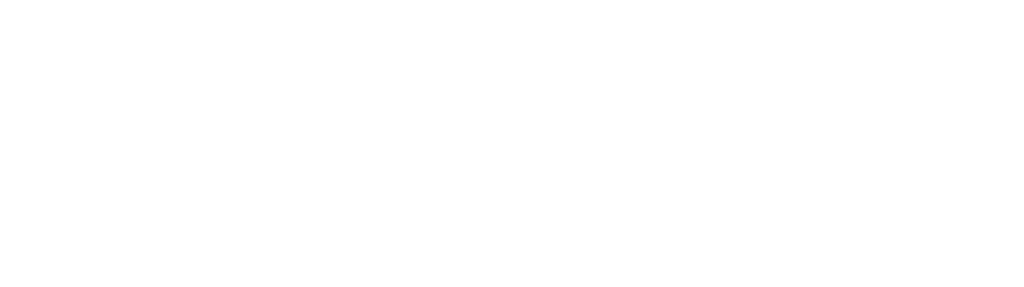
<source format=kicad_pcb>
(kicad_pcb (version 20171130) (host pcbnew "(5.0.1)-4")

  (general
    (thickness 1.6)
    (drawings 40)
    (tracks 0)
    (zones 0)
    (modules 0)
    (nets 1)
  )

  (page A4)
  (layers
    (0 F.Cu signal)
    (31 B.Cu signal)
    (32 B.Adhes user)
    (33 F.Adhes user)
    (34 B.Paste user)
    (35 F.Paste user)
    (36 B.SilkS user)
    (37 F.SilkS user)
    (38 B.Mask user)
    (39 F.Mask user)
    (40 Dwgs.User user)
    (41 Cmts.User user)
    (42 Eco1.User user)
    (43 Eco2.User user)
    (44 Edge.Cuts user)
    (45 Margin user)
    (46 B.CrtYd user)
    (47 F.CrtYd user)
    (48 B.Fab user)
    (49 F.Fab user)
  )

  (setup
    (last_trace_width 0.25)
    (trace_clearance 0.2)
    (zone_clearance 0.508)
    (zone_45_only no)
    (trace_min 0.2)
    (segment_width 0.3)
    (edge_width 0.2)
    (via_size 0.8)
    (via_drill 0.4)
    (via_min_size 0.4)
    (via_min_drill 0.3)
    (uvia_size 0.3)
    (uvia_drill 0.1)
    (uvias_allowed no)
    (uvia_min_size 0.2)
    (uvia_min_drill 0.1)
    (pcb_text_width 0.3)
    (pcb_text_size 1.5 1.5)
    (mod_edge_width 0.15)
    (mod_text_size 1 1)
    (mod_text_width 0.15)
    (pad_size 1.524 1.524)
    (pad_drill 0.762)
    (pad_to_mask_clearance 0.051)
    (solder_mask_min_width 0.25)
    (aux_axis_origin 0 0)
    (visible_elements 7FFFFFFF)
    (pcbplotparams
      (layerselection 0x010f0_ffffffff)
      (usegerberextensions false)
      (usegerberattributes false)
      (usegerberadvancedattributes false)
      (creategerberjobfile false)
      (excludeedgelayer true)
      (linewidth 0.100000)
      (plotframeref false)
      (viasonmask false)
      (mode 1)
      (useauxorigin false)
      (hpglpennumber 1)
      (hpglpenspeed 20)
      (hpglpendiameter 15.000000)
      (psnegative false)
      (psa4output false)
      (plotreference true)
      (plotvalue true)
      (plotinvisibletext false)
      (padsonsilk false)
      (subtractmaskfromsilk false)
      (outputformat 1)
      (mirror false)
      (drillshape 0)
      (scaleselection 1)
      (outputdirectory ""))
  )

  (net 0 "")

  (net_class Default "This is the default net class."
    (clearance 0.2)
    (trace_width 0.25)
    (via_dia 0.8)
    (via_drill 0.4)
    (uvia_dia 0.3)
    (uvia_drill 0.1)
  )

  (gr_circle (center 134.45 3) (end 136.05 3.1) (layer Eco2.User) (width 0.2) (tstamp 5E699B0F))
  (gr_circle (center 134.5 36.65) (end 136.1 36.75) (layer Eco2.User) (width 0.2) (tstamp 5E699B0D))
  (gr_circle (center 7.45 36.65) (end 9.05 36.75) (layer Eco2.User) (width 0.2) (tstamp 5E699B0B))
  (gr_circle (center 7.5 3) (end 9.1 3.1) (layer Eco2.User) (width 0.2))
  (gr_circle (center 133.8 26) (end 136.95 26) (layer Eco2.User) (width 0.05) (tstamp 5E699848))
  (gr_circle (center 133.85 13.95) (end 137 13.95) (layer Eco2.User) (width 0.05) (tstamp 5E69981E))
  (gr_circle (center 117.9 26) (end 121.05 26) (layer Eco2.User) (width 0.05) (tstamp 5E699806))
  (gr_circle (center 117.9 14) (end 121.05 14) (layer Eco2.User) (width 0.05))
  (gr_circle (center 125.9 26.05) (end 127.45 26.05) (layer Eco2.User) (width 0.2) (tstamp 5E699778))
  (gr_circle (center 125.95 14.1) (end 127.5 14.1) (layer Eco2.User) (width 0.2) (tstamp 5E69974A))
  (gr_circle (center 109.95 26) (end 111.5 26) (layer Eco2.User) (width 0.2) (tstamp 5E69970D))
  (gr_circle (center 109.95 14) (end 111.5 14) (layer Eco2.User) (width 0.2) (tstamp 5E6996C6))
  (gr_circle (center 25.55 19.7) (end 27.1 19.7) (layer Eco2.User) (width 0.2) (tstamp 5E69968B))
  (gr_circle (center 20.5 19.65) (end 22.05 19.65) (layer Eco2.User) (width 0.2) (tstamp 5E699659))
  (gr_circle (center 102.85 25.85) (end 105.4 25.85) (layer Eco2.User) (width 0.2) (tstamp 5E699631))
  (gr_circle (center 92.9 25.8) (end 95.45 25.8) (layer Eco2.User) (width 0.2) (tstamp 5E69961E))
  (gr_circle (center 82.9 25.8) (end 85.45 25.8) (layer Eco2.User) (width 0.2) (tstamp 5E69960F))
  (gr_circle (center 73.05 25.8) (end 75.6 25.8) (layer Eco2.User) (width 0.2) (tstamp 5E6995E1))
  (gr_circle (center 62.95 25.75) (end 65.5 25.75) (layer Eco2.User) (width 0.2) (tstamp 5E6995D1))
  (gr_circle (center 102.85 13.85) (end 105.4 13.85) (layer Eco2.User) (width 0.2) (tstamp 5E6995B7))
  (gr_circle (center 92.9 13.8) (end 95.45 13.8) (layer Eco2.User) (width 0.2) (tstamp 5E6995A0))
  (gr_circle (center 82.9 13.8) (end 85.45 13.8) (layer Eco2.User) (width 0.2) (tstamp 5E6994E5))
  (gr_circle (center 72.95 13.8) (end 75.5 13.8) (layer Eco2.User) (width 0.2) (tstamp 5E699451))
  (gr_circle (center 62.95 13.75) (end 65.5 13.75) (layer Eco2.User) (width 0.2) (tstamp 5E699436))
  (gr_circle (center 52.85 25.75) (end 55.4 25.75) (layer Eco2.User) (width 0.2) (tstamp 5E69941C))
  (gr_circle (center 42.95 25.75) (end 45.5 25.75) (layer Eco2.User) (width 0.2) (tstamp 5E69940B))
  (gr_circle (center 42.9 13.75) (end 45.45 13.75) (layer Eco2.User) (width 0.2) (tstamp 5E6993F8))
  (gr_circle (center 52.85 13.75) (end 55.4 13.75) (layer Eco2.User) (width 0.2) (tstamp 5E6993D7))
  (gr_circle (center 32.85 25.75) (end 35.4 25.75) (layer Eco2.User) (width 0.2) (tstamp 5E6993C2))
  (gr_circle (center 32.9 13.75) (end 35.45 13.75) (layer Eco2.User) (width 0.2) (tstamp 5E6993AC))
  (gr_circle (center 22.9 25.75) (end 25.45 25.75) (layer Eco2.User) (width 0.2) (tstamp 5E699385))
  (gr_circle (center 23 13.75) (end 25.55 13.75) (layer Eco2.User) (width 0.2))
  (gr_circle (center 16 25.65) (end 17.55 25.65) (layer Eco2.User) (width 0.2) (tstamp 5E6992EE))
  (gr_circle (center 15.95 13.65) (end 17.5 13.65) (layer Eco2.User) (width 0.2))
  (gr_circle (center 8 25.55) (end 11.15 25.55) (layer Eco2.User) (width 0.2) (tstamp 5E699286))
  (gr_circle (center 8 13.55) (end 11.15 13.55) (layer Eco2.User) (width 0.2))
  (gr_line (start 0 0) (end 141.9 0) (layer Eco2.User) (width 0.2) (tstamp 5E698B40))
  (gr_line (start 141.9 0) (end 141.9 39.65) (layer Eco2.User) (width 0.2) (tstamp 5E698B1A))
  (gr_line (start 0 39.65) (end 141.9 39.65) (layer Eco2.User) (width 0.2))
  (gr_line (start 0 0) (end 0 39.65) (layer Eco2.User) (width 0.2))

)

</source>
